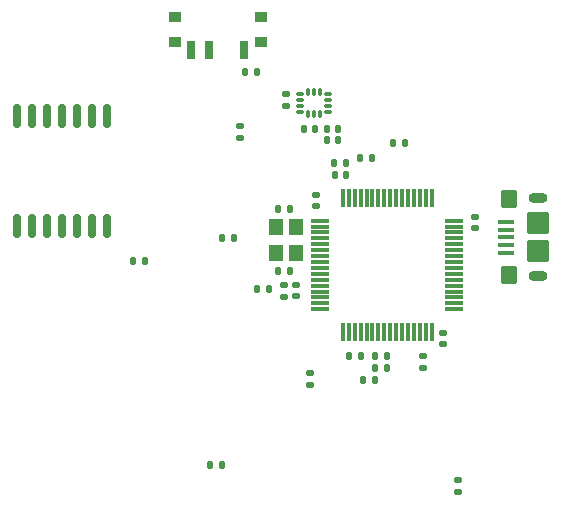
<source format=gbr>
%TF.GenerationSoftware,KiCad,Pcbnew,8.0.7*%
%TF.CreationDate,2025-07-22T02:57:33-04:00*%
%TF.ProjectId,Drone Motherboared,44726f6e-6520-44d6-9f74-686572626f61,rev?*%
%TF.SameCoordinates,Original*%
%TF.FileFunction,Paste,Top*%
%TF.FilePolarity,Positive*%
%FSLAX46Y46*%
G04 Gerber Fmt 4.6, Leading zero omitted, Abs format (unit mm)*
G04 Created by KiCad (PCBNEW 8.0.7) date 2025-07-22 02:57:33*
%MOMM*%
%LPD*%
G01*
G04 APERTURE LIST*
G04 Aperture macros list*
%AMRoundRect*
0 Rectangle with rounded corners*
0 $1 Rounding radius*
0 $2 $3 $4 $5 $6 $7 $8 $9 X,Y pos of 4 corners*
0 Add a 4 corners polygon primitive as box body*
4,1,4,$2,$3,$4,$5,$6,$7,$8,$9,$2,$3,0*
0 Add four circle primitives for the rounded corners*
1,1,$1+$1,$2,$3*
1,1,$1+$1,$4,$5*
1,1,$1+$1,$6,$7*
1,1,$1+$1,$8,$9*
0 Add four rect primitives between the rounded corners*
20,1,$1+$1,$2,$3,$4,$5,0*
20,1,$1+$1,$4,$5,$6,$7,0*
20,1,$1+$1,$6,$7,$8,$9,0*
20,1,$1+$1,$8,$9,$2,$3,0*%
G04 Aperture macros list end*
%ADD10R,1.200000X1.400000*%
%ADD11RoundRect,0.087500X-0.087500X-0.225000X0.087500X-0.225000X0.087500X0.225000X-0.087500X0.225000X0*%
%ADD12RoundRect,0.087500X-0.225000X-0.087500X0.225000X-0.087500X0.225000X0.087500X-0.225000X0.087500X0*%
%ADD13RoundRect,0.075000X-0.700000X-0.075000X0.700000X-0.075000X0.700000X0.075000X-0.700000X0.075000X0*%
%ADD14RoundRect,0.075000X-0.075000X-0.700000X0.075000X-0.700000X0.075000X0.700000X-0.075000X0.700000X0*%
%ADD15RoundRect,0.150000X-0.150000X0.875000X-0.150000X-0.875000X0.150000X-0.875000X0.150000X0.875000X0*%
%ADD16R,0.711200X1.498600*%
%ADD17R,0.990600X0.812800*%
%ADD18RoundRect,0.135000X-0.185000X0.135000X-0.185000X-0.135000X0.185000X-0.135000X0.185000X0.135000X0*%
%ADD19RoundRect,0.135000X0.135000X0.185000X-0.135000X0.185000X-0.135000X-0.185000X0.135000X-0.185000X0*%
%ADD20RoundRect,0.135000X-0.135000X-0.185000X0.135000X-0.185000X0.135000X0.185000X-0.135000X0.185000X0*%
%ADD21RoundRect,0.135000X0.185000X-0.135000X0.185000X0.135000X-0.185000X0.135000X-0.185000X-0.135000X0*%
%ADD22RoundRect,0.100000X0.575000X-0.100000X0.575000X0.100000X-0.575000X0.100000X-0.575000X-0.100000X0*%
%ADD23O,1.600000X0.900000*%
%ADD24RoundRect,0.250000X0.450000X-0.550000X0.450000X0.550000X-0.450000X0.550000X-0.450000X-0.550000X0*%
%ADD25RoundRect,0.250000X0.700000X-0.700000X0.700000X0.700000X-0.700000X0.700000X-0.700000X-0.700000X0*%
%ADD26RoundRect,0.140000X-0.140000X-0.170000X0.140000X-0.170000X0.140000X0.170000X-0.140000X0.170000X0*%
%ADD27RoundRect,0.140000X-0.170000X0.140000X-0.170000X-0.140000X0.170000X-0.140000X0.170000X0.140000X0*%
%ADD28RoundRect,0.140000X0.140000X0.170000X-0.140000X0.170000X-0.140000X-0.170000X0.140000X-0.170000X0*%
%ADD29RoundRect,0.140000X0.170000X-0.140000X0.170000X0.140000X-0.170000X0.140000X-0.170000X-0.140000X0*%
G04 APERTURE END LIST*
D10*
%TO.C,Y1*%
X181750000Y-84600000D03*
X181750000Y-86800000D03*
X180050000Y-86800000D03*
X180050000Y-84600000D03*
%TD*%
D11*
%TO.C,U3*%
X182790000Y-73175000D03*
X183290000Y-73175000D03*
X183790000Y-73175000D03*
D12*
X184452500Y-73337500D03*
X184452500Y-73837500D03*
X184452500Y-74337500D03*
X184452500Y-74837500D03*
D11*
X183790000Y-75000000D03*
X183290000Y-75000000D03*
X182790000Y-75000000D03*
D12*
X182127500Y-74837500D03*
X182127500Y-74337500D03*
X182127500Y-73837500D03*
X182127500Y-73337500D03*
%TD*%
D13*
%TO.C,U2*%
X183825000Y-84050000D03*
X183825000Y-84550000D03*
X183825000Y-85050000D03*
X183825000Y-85550000D03*
X183825000Y-86050000D03*
X183825000Y-86550000D03*
X183825000Y-87050000D03*
X183825000Y-87550000D03*
X183825000Y-88050000D03*
X183825000Y-88550000D03*
X183825000Y-89050000D03*
X183825000Y-89550000D03*
X183825000Y-90050000D03*
X183825000Y-90550000D03*
X183825000Y-91050000D03*
X183825000Y-91550000D03*
D14*
X185750000Y-93475000D03*
X186250000Y-93475000D03*
X186750000Y-93475000D03*
X187250000Y-93475000D03*
X187750000Y-93475000D03*
X188250000Y-93475000D03*
X188750000Y-93475000D03*
X189250000Y-93475000D03*
X189750000Y-93475000D03*
X190250000Y-93475000D03*
X190750000Y-93475000D03*
X191250000Y-93475000D03*
X191750000Y-93475000D03*
X192250000Y-93475000D03*
X192750000Y-93475000D03*
X193250000Y-93475000D03*
D13*
X195175000Y-91550000D03*
X195175000Y-91050000D03*
X195175000Y-90550000D03*
X195175000Y-90050000D03*
X195175000Y-89550000D03*
X195175000Y-89050000D03*
X195175000Y-88550000D03*
X195175000Y-88050000D03*
X195175000Y-87550000D03*
X195175000Y-87050000D03*
X195175000Y-86550000D03*
X195175000Y-86050000D03*
X195175000Y-85550000D03*
X195175000Y-85050000D03*
X195175000Y-84550000D03*
X195175000Y-84050000D03*
D14*
X193250000Y-82125000D03*
X192750000Y-82125000D03*
X192250000Y-82125000D03*
X191750000Y-82125000D03*
X191250000Y-82125000D03*
X190750000Y-82125000D03*
X190250000Y-82125000D03*
X189750000Y-82125000D03*
X189250000Y-82125000D03*
X188750000Y-82125000D03*
X188250000Y-82125000D03*
X187750000Y-82125000D03*
X187250000Y-82125000D03*
X186750000Y-82125000D03*
X186250000Y-82125000D03*
X185750000Y-82125000D03*
%TD*%
D15*
%TO.C,U1*%
X165770000Y-84500000D03*
X164500000Y-84500000D03*
X163230000Y-84500000D03*
X161960000Y-84500000D03*
X160690000Y-84500000D03*
X159420000Y-84500000D03*
X158150000Y-84500000D03*
X158150000Y-75200000D03*
X159420000Y-75200000D03*
X160690000Y-75200000D03*
X161960000Y-75200000D03*
X163230000Y-75200000D03*
X164500000Y-75200000D03*
X165770000Y-75200000D03*
%TD*%
D16*
%TO.C,SW3*%
X177399983Y-69599999D03*
X174399980Y-69599999D03*
X172899980Y-69599999D03*
D17*
X178799980Y-68899998D03*
X171499980Y-68899998D03*
X178799960Y-66800000D03*
X171500000Y-66800000D03*
%TD*%
D18*
%TO.C,R13*%
X195500000Y-107000000D03*
X195500000Y-105980000D03*
%TD*%
D19*
%TO.C,R11*%
X187230000Y-78750000D03*
X188250000Y-78750000D03*
%TD*%
D20*
%TO.C,R9*%
X191000000Y-77500000D03*
X189980000Y-77500000D03*
%TD*%
D21*
%TO.C,R10*%
X180952500Y-73337500D03*
X180952500Y-74357500D03*
%TD*%
D20*
%TO.C,R8*%
X178500000Y-71500000D03*
X177480000Y-71500000D03*
%TD*%
D19*
%TO.C,R7*%
X188480000Y-96500000D03*
X189500000Y-96500000D03*
%TD*%
D20*
%TO.C,R6*%
X187460000Y-97500000D03*
X188480000Y-97500000D03*
%TD*%
D18*
%TO.C,R5*%
X177000000Y-77020000D03*
X177000000Y-76000000D03*
%TD*%
D20*
%TO.C,R4*%
X169000000Y-87500000D03*
X167980000Y-87500000D03*
%TD*%
D18*
%TO.C,R3*%
X183000000Y-98000000D03*
X183000000Y-96980000D03*
%TD*%
D19*
%TO.C,R2*%
X175480000Y-85500000D03*
X176500000Y-85500000D03*
%TD*%
%TO.C,R1*%
X174480000Y-104750000D03*
X175500000Y-104750000D03*
%TD*%
D22*
%TO.C,J9*%
X199575000Y-86750000D03*
X199575000Y-86100000D03*
X199575000Y-85450000D03*
X199575000Y-84800000D03*
X199575000Y-84150000D03*
D23*
X202250000Y-88750000D03*
D24*
X199800000Y-88650000D03*
D25*
X202250000Y-86650000D03*
X202250000Y-84250000D03*
D24*
X199800000Y-82250000D03*
D23*
X202250000Y-82150000D03*
%TD*%
D26*
%TO.C,C18*%
X185980000Y-79200000D03*
X185020000Y-79200000D03*
%TD*%
D27*
%TO.C,C17*%
X194250000Y-94500000D03*
X194250000Y-93540000D03*
%TD*%
D28*
%TO.C,C20*%
X184377500Y-77250000D03*
X185337500Y-77250000D03*
%TD*%
%TO.C,C19*%
X184377500Y-76250000D03*
X185337500Y-76250000D03*
%TD*%
D26*
%TO.C,C16*%
X186000000Y-80200000D03*
X185040000Y-80200000D03*
%TD*%
D28*
%TO.C,C15*%
X186290000Y-95500000D03*
X187250000Y-95500000D03*
%TD*%
D27*
%TO.C,C13*%
X196925000Y-83700000D03*
X196925000Y-84660000D03*
%TD*%
D29*
%TO.C,C12*%
X183500000Y-82800000D03*
X183500000Y-81840000D03*
%TD*%
D26*
%TO.C,C14*%
X183377500Y-76250000D03*
X182417500Y-76250000D03*
%TD*%
D27*
%TO.C,C11*%
X192500000Y-96500000D03*
X192500000Y-95540000D03*
%TD*%
D28*
%TO.C,C10*%
X180290000Y-88300000D03*
X181250000Y-88300000D03*
%TD*%
D26*
%TO.C,C9*%
X181230000Y-83050000D03*
X180270000Y-83050000D03*
%TD*%
D29*
%TO.C,C8*%
X181750000Y-89500000D03*
X181750000Y-90460000D03*
%TD*%
%TO.C,C6*%
X180750000Y-90480000D03*
X180750000Y-89520000D03*
%TD*%
D28*
%TO.C,C5*%
X179460000Y-89800000D03*
X178500000Y-89800000D03*
%TD*%
D26*
%TO.C,C4*%
X189460000Y-95500000D03*
X188500000Y-95500000D03*
%TD*%
M02*

</source>
